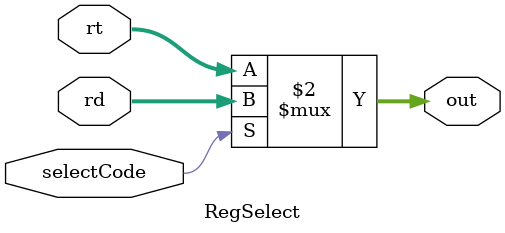
<source format=v>
`timescale 1ns / 1ps
module RegSelect(
    input [5:1] rt,rd,
    input selectCode,
    output [5:1] out
    );

    assign out=(selectCode == 1'b0) ? rt : rd;

endmodule

</source>
